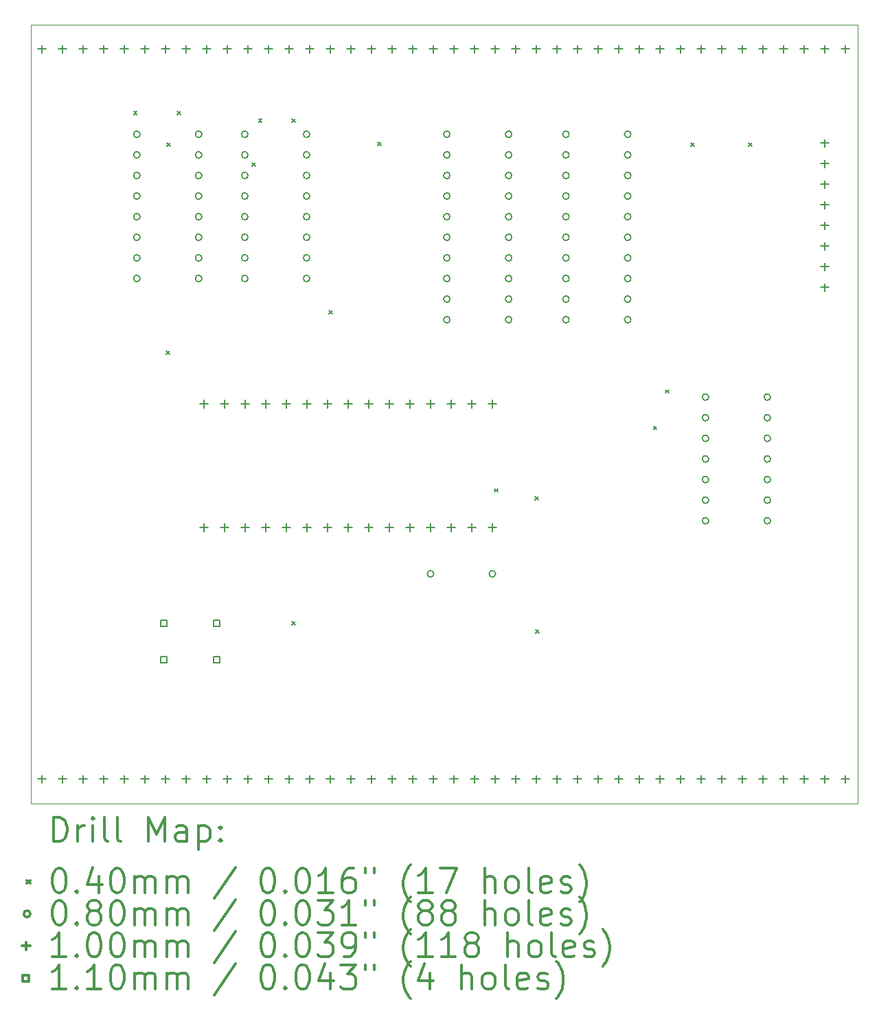
<source format=gbr>
%FSLAX45Y45*%
G04 Gerber Fmt 4.5, Leading zero omitted, Abs format (unit mm)*
G04 Created by KiCad (PCBNEW (5.1.9)-1) date 2021-10-03 23:58:37*
%MOMM*%
%LPD*%
G01*
G04 APERTURE LIST*
%TA.AperFunction,Profile*%
%ADD10C,0.100000*%
%TD*%
%ADD11C,0.200000*%
%ADD12C,0.300000*%
G04 APERTURE END LIST*
D10*
X8500000Y-13900000D02*
X8500000Y-4300000D01*
X18700000Y-13900000D02*
X8500000Y-13900000D01*
X18700000Y-4300000D02*
X18700000Y-13900000D01*
X8500000Y-4300000D02*
X18700000Y-4300000D01*
D11*
X9770000Y-5370000D02*
X9810000Y-5410000D01*
X9810000Y-5370000D02*
X9770000Y-5410000D01*
X10170000Y-8320000D02*
X10210000Y-8360000D01*
X10210000Y-8320000D02*
X10170000Y-8360000D01*
X10180000Y-5760000D02*
X10220000Y-5800000D01*
X10220000Y-5760000D02*
X10180000Y-5800000D01*
X10310000Y-5370000D02*
X10350000Y-5410000D01*
X10350000Y-5370000D02*
X10310000Y-5410000D01*
X11230000Y-6000000D02*
X11270000Y-6040000D01*
X11270000Y-6000000D02*
X11230000Y-6040000D01*
X11310000Y-5460000D02*
X11350000Y-5500000D01*
X11350000Y-5460000D02*
X11310000Y-5500000D01*
X11720000Y-5460000D02*
X11760000Y-5500000D01*
X11760000Y-5460000D02*
X11720000Y-5500000D01*
X11720000Y-11660000D02*
X11760000Y-11700000D01*
X11760000Y-11660000D02*
X11720000Y-11700000D01*
X12180000Y-7820000D02*
X12220000Y-7860000D01*
X12220000Y-7820000D02*
X12180000Y-7860000D01*
X12780000Y-5750000D02*
X12820000Y-5790000D01*
X12820000Y-5750000D02*
X12780000Y-5790000D01*
X14220000Y-10020000D02*
X14260000Y-10060000D01*
X14260000Y-10020000D02*
X14220000Y-10060000D01*
X14720000Y-10120000D02*
X14760000Y-10160000D01*
X14760000Y-10120000D02*
X14720000Y-10160000D01*
X14730000Y-11760000D02*
X14770000Y-11800000D01*
X14770000Y-11760000D02*
X14730000Y-11800000D01*
X16180000Y-9250000D02*
X16220000Y-9290000D01*
X16220000Y-9250000D02*
X16180000Y-9290000D01*
X16330000Y-8800000D02*
X16370000Y-8840000D01*
X16370000Y-8800000D02*
X16330000Y-8840000D01*
X16640000Y-5760000D02*
X16680000Y-5800000D01*
X16680000Y-5760000D02*
X16640000Y-5800000D01*
X17350000Y-5760000D02*
X17390000Y-5800000D01*
X17390000Y-5760000D02*
X17350000Y-5800000D01*
X9850000Y-5650000D02*
G75*
G03*
X9850000Y-5650000I-40000J0D01*
G01*
X9850000Y-5904000D02*
G75*
G03*
X9850000Y-5904000I-40000J0D01*
G01*
X9850000Y-6158000D02*
G75*
G03*
X9850000Y-6158000I-40000J0D01*
G01*
X9850000Y-6412000D02*
G75*
G03*
X9850000Y-6412000I-40000J0D01*
G01*
X9850000Y-6666000D02*
G75*
G03*
X9850000Y-6666000I-40000J0D01*
G01*
X9850000Y-6920000D02*
G75*
G03*
X9850000Y-6920000I-40000J0D01*
G01*
X9850000Y-7174000D02*
G75*
G03*
X9850000Y-7174000I-40000J0D01*
G01*
X9850000Y-7428000D02*
G75*
G03*
X9850000Y-7428000I-40000J0D01*
G01*
X10612000Y-5650000D02*
G75*
G03*
X10612000Y-5650000I-40000J0D01*
G01*
X10612000Y-5904000D02*
G75*
G03*
X10612000Y-5904000I-40000J0D01*
G01*
X10612000Y-6158000D02*
G75*
G03*
X10612000Y-6158000I-40000J0D01*
G01*
X10612000Y-6412000D02*
G75*
G03*
X10612000Y-6412000I-40000J0D01*
G01*
X10612000Y-6666000D02*
G75*
G03*
X10612000Y-6666000I-40000J0D01*
G01*
X10612000Y-6920000D02*
G75*
G03*
X10612000Y-6920000I-40000J0D01*
G01*
X10612000Y-7174000D02*
G75*
G03*
X10612000Y-7174000I-40000J0D01*
G01*
X10612000Y-7428000D02*
G75*
G03*
X10612000Y-7428000I-40000J0D01*
G01*
X11180000Y-5650000D02*
G75*
G03*
X11180000Y-5650000I-40000J0D01*
G01*
X11180000Y-5904000D02*
G75*
G03*
X11180000Y-5904000I-40000J0D01*
G01*
X11180000Y-6158000D02*
G75*
G03*
X11180000Y-6158000I-40000J0D01*
G01*
X11180000Y-6412000D02*
G75*
G03*
X11180000Y-6412000I-40000J0D01*
G01*
X11180000Y-6666000D02*
G75*
G03*
X11180000Y-6666000I-40000J0D01*
G01*
X11180000Y-6920000D02*
G75*
G03*
X11180000Y-6920000I-40000J0D01*
G01*
X11180000Y-7174000D02*
G75*
G03*
X11180000Y-7174000I-40000J0D01*
G01*
X11180000Y-7428000D02*
G75*
G03*
X11180000Y-7428000I-40000J0D01*
G01*
X11942000Y-5650000D02*
G75*
G03*
X11942000Y-5650000I-40000J0D01*
G01*
X11942000Y-5904000D02*
G75*
G03*
X11942000Y-5904000I-40000J0D01*
G01*
X11942000Y-6158000D02*
G75*
G03*
X11942000Y-6158000I-40000J0D01*
G01*
X11942000Y-6412000D02*
G75*
G03*
X11942000Y-6412000I-40000J0D01*
G01*
X11942000Y-6666000D02*
G75*
G03*
X11942000Y-6666000I-40000J0D01*
G01*
X11942000Y-6920000D02*
G75*
G03*
X11942000Y-6920000I-40000J0D01*
G01*
X11942000Y-7174000D02*
G75*
G03*
X11942000Y-7174000I-40000J0D01*
G01*
X11942000Y-7428000D02*
G75*
G03*
X11942000Y-7428000I-40000J0D01*
G01*
X13470000Y-11070000D02*
G75*
G03*
X13470000Y-11070000I-40000J0D01*
G01*
X13670000Y-5650000D02*
G75*
G03*
X13670000Y-5650000I-40000J0D01*
G01*
X13670000Y-5904000D02*
G75*
G03*
X13670000Y-5904000I-40000J0D01*
G01*
X13670000Y-6158000D02*
G75*
G03*
X13670000Y-6158000I-40000J0D01*
G01*
X13670000Y-6412000D02*
G75*
G03*
X13670000Y-6412000I-40000J0D01*
G01*
X13670000Y-6666000D02*
G75*
G03*
X13670000Y-6666000I-40000J0D01*
G01*
X13670000Y-6920000D02*
G75*
G03*
X13670000Y-6920000I-40000J0D01*
G01*
X13670000Y-7174000D02*
G75*
G03*
X13670000Y-7174000I-40000J0D01*
G01*
X13670000Y-7428000D02*
G75*
G03*
X13670000Y-7428000I-40000J0D01*
G01*
X13670000Y-7682000D02*
G75*
G03*
X13670000Y-7682000I-40000J0D01*
G01*
X13670000Y-7936000D02*
G75*
G03*
X13670000Y-7936000I-40000J0D01*
G01*
X14232000Y-11070000D02*
G75*
G03*
X14232000Y-11070000I-40000J0D01*
G01*
X14432000Y-5650000D02*
G75*
G03*
X14432000Y-5650000I-40000J0D01*
G01*
X14432000Y-5904000D02*
G75*
G03*
X14432000Y-5904000I-40000J0D01*
G01*
X14432000Y-6158000D02*
G75*
G03*
X14432000Y-6158000I-40000J0D01*
G01*
X14432000Y-6412000D02*
G75*
G03*
X14432000Y-6412000I-40000J0D01*
G01*
X14432000Y-6666000D02*
G75*
G03*
X14432000Y-6666000I-40000J0D01*
G01*
X14432000Y-6920000D02*
G75*
G03*
X14432000Y-6920000I-40000J0D01*
G01*
X14432000Y-7174000D02*
G75*
G03*
X14432000Y-7174000I-40000J0D01*
G01*
X14432000Y-7428000D02*
G75*
G03*
X14432000Y-7428000I-40000J0D01*
G01*
X14432000Y-7682000D02*
G75*
G03*
X14432000Y-7682000I-40000J0D01*
G01*
X14432000Y-7936000D02*
G75*
G03*
X14432000Y-7936000I-40000J0D01*
G01*
X15140000Y-5650000D02*
G75*
G03*
X15140000Y-5650000I-40000J0D01*
G01*
X15140000Y-5904000D02*
G75*
G03*
X15140000Y-5904000I-40000J0D01*
G01*
X15140000Y-6158000D02*
G75*
G03*
X15140000Y-6158000I-40000J0D01*
G01*
X15140000Y-6412000D02*
G75*
G03*
X15140000Y-6412000I-40000J0D01*
G01*
X15140000Y-6666000D02*
G75*
G03*
X15140000Y-6666000I-40000J0D01*
G01*
X15140000Y-6920000D02*
G75*
G03*
X15140000Y-6920000I-40000J0D01*
G01*
X15140000Y-7174000D02*
G75*
G03*
X15140000Y-7174000I-40000J0D01*
G01*
X15140000Y-7428000D02*
G75*
G03*
X15140000Y-7428000I-40000J0D01*
G01*
X15140000Y-7682000D02*
G75*
G03*
X15140000Y-7682000I-40000J0D01*
G01*
X15140000Y-7936000D02*
G75*
G03*
X15140000Y-7936000I-40000J0D01*
G01*
X15902000Y-5650000D02*
G75*
G03*
X15902000Y-5650000I-40000J0D01*
G01*
X15902000Y-5904000D02*
G75*
G03*
X15902000Y-5904000I-40000J0D01*
G01*
X15902000Y-6158000D02*
G75*
G03*
X15902000Y-6158000I-40000J0D01*
G01*
X15902000Y-6412000D02*
G75*
G03*
X15902000Y-6412000I-40000J0D01*
G01*
X15902000Y-6666000D02*
G75*
G03*
X15902000Y-6666000I-40000J0D01*
G01*
X15902000Y-6920000D02*
G75*
G03*
X15902000Y-6920000I-40000J0D01*
G01*
X15902000Y-7174000D02*
G75*
G03*
X15902000Y-7174000I-40000J0D01*
G01*
X15902000Y-7428000D02*
G75*
G03*
X15902000Y-7428000I-40000J0D01*
G01*
X15902000Y-7682000D02*
G75*
G03*
X15902000Y-7682000I-40000J0D01*
G01*
X15902000Y-7936000D02*
G75*
G03*
X15902000Y-7936000I-40000J0D01*
G01*
X16860000Y-8890000D02*
G75*
G03*
X16860000Y-8890000I-40000J0D01*
G01*
X16860000Y-9144000D02*
G75*
G03*
X16860000Y-9144000I-40000J0D01*
G01*
X16860000Y-9398000D02*
G75*
G03*
X16860000Y-9398000I-40000J0D01*
G01*
X16860000Y-9652000D02*
G75*
G03*
X16860000Y-9652000I-40000J0D01*
G01*
X16860000Y-9906000D02*
G75*
G03*
X16860000Y-9906000I-40000J0D01*
G01*
X16860000Y-10160000D02*
G75*
G03*
X16860000Y-10160000I-40000J0D01*
G01*
X16860000Y-10414000D02*
G75*
G03*
X16860000Y-10414000I-40000J0D01*
G01*
X17622000Y-8890000D02*
G75*
G03*
X17622000Y-8890000I-40000J0D01*
G01*
X17622000Y-9144000D02*
G75*
G03*
X17622000Y-9144000I-40000J0D01*
G01*
X17622000Y-9398000D02*
G75*
G03*
X17622000Y-9398000I-40000J0D01*
G01*
X17622000Y-9652000D02*
G75*
G03*
X17622000Y-9652000I-40000J0D01*
G01*
X17622000Y-9906000D02*
G75*
G03*
X17622000Y-9906000I-40000J0D01*
G01*
X17622000Y-10160000D02*
G75*
G03*
X17622000Y-10160000I-40000J0D01*
G01*
X17622000Y-10414000D02*
G75*
G03*
X17622000Y-10414000I-40000J0D01*
G01*
X8640000Y-4550000D02*
X8640000Y-4650000D01*
X8590000Y-4600000D02*
X8690000Y-4600000D01*
X8640000Y-13550000D02*
X8640000Y-13650000D01*
X8590000Y-13600000D02*
X8690000Y-13600000D01*
X8894000Y-4550000D02*
X8894000Y-4650000D01*
X8844000Y-4600000D02*
X8944000Y-4600000D01*
X8894000Y-13550000D02*
X8894000Y-13650000D01*
X8844000Y-13600000D02*
X8944000Y-13600000D01*
X9148000Y-4550000D02*
X9148000Y-4650000D01*
X9098000Y-4600000D02*
X9198000Y-4600000D01*
X9148000Y-13550000D02*
X9148000Y-13650000D01*
X9098000Y-13600000D02*
X9198000Y-13600000D01*
X9402000Y-4550000D02*
X9402000Y-4650000D01*
X9352000Y-4600000D02*
X9452000Y-4600000D01*
X9402000Y-13550000D02*
X9402000Y-13650000D01*
X9352000Y-13600000D02*
X9452000Y-13600000D01*
X9656000Y-4550000D02*
X9656000Y-4650000D01*
X9606000Y-4600000D02*
X9706000Y-4600000D01*
X9656000Y-13550000D02*
X9656000Y-13650000D01*
X9606000Y-13600000D02*
X9706000Y-13600000D01*
X9910000Y-4550000D02*
X9910000Y-4650000D01*
X9860000Y-4600000D02*
X9960000Y-4600000D01*
X9910000Y-13550000D02*
X9910000Y-13650000D01*
X9860000Y-13600000D02*
X9960000Y-13600000D01*
X10164000Y-4550000D02*
X10164000Y-4650000D01*
X10114000Y-4600000D02*
X10214000Y-4600000D01*
X10164000Y-13550000D02*
X10164000Y-13650000D01*
X10114000Y-13600000D02*
X10214000Y-13600000D01*
X10418000Y-4550000D02*
X10418000Y-4650000D01*
X10368000Y-4600000D02*
X10468000Y-4600000D01*
X10418000Y-13550000D02*
X10418000Y-13650000D01*
X10368000Y-13600000D02*
X10468000Y-13600000D01*
X10634000Y-8920000D02*
X10634000Y-9020000D01*
X10584000Y-8970000D02*
X10684000Y-8970000D01*
X10634000Y-10444000D02*
X10634000Y-10544000D01*
X10584000Y-10494000D02*
X10684000Y-10494000D01*
X10672000Y-4550000D02*
X10672000Y-4650000D01*
X10622000Y-4600000D02*
X10722000Y-4600000D01*
X10672000Y-13550000D02*
X10672000Y-13650000D01*
X10622000Y-13600000D02*
X10722000Y-13600000D01*
X10888000Y-8920000D02*
X10888000Y-9020000D01*
X10838000Y-8970000D02*
X10938000Y-8970000D01*
X10888000Y-10444000D02*
X10888000Y-10544000D01*
X10838000Y-10494000D02*
X10938000Y-10494000D01*
X10926000Y-4550000D02*
X10926000Y-4650000D01*
X10876000Y-4600000D02*
X10976000Y-4600000D01*
X10926000Y-13550000D02*
X10926000Y-13650000D01*
X10876000Y-13600000D02*
X10976000Y-13600000D01*
X11142000Y-8920000D02*
X11142000Y-9020000D01*
X11092000Y-8970000D02*
X11192000Y-8970000D01*
X11142000Y-10444000D02*
X11142000Y-10544000D01*
X11092000Y-10494000D02*
X11192000Y-10494000D01*
X11180000Y-4550000D02*
X11180000Y-4650000D01*
X11130000Y-4600000D02*
X11230000Y-4600000D01*
X11180000Y-13550000D02*
X11180000Y-13650000D01*
X11130000Y-13600000D02*
X11230000Y-13600000D01*
X11396000Y-8920000D02*
X11396000Y-9020000D01*
X11346000Y-8970000D02*
X11446000Y-8970000D01*
X11396000Y-10444000D02*
X11396000Y-10544000D01*
X11346000Y-10494000D02*
X11446000Y-10494000D01*
X11434000Y-4550000D02*
X11434000Y-4650000D01*
X11384000Y-4600000D02*
X11484000Y-4600000D01*
X11434000Y-13550000D02*
X11434000Y-13650000D01*
X11384000Y-13600000D02*
X11484000Y-13600000D01*
X11650000Y-8920000D02*
X11650000Y-9020000D01*
X11600000Y-8970000D02*
X11700000Y-8970000D01*
X11650000Y-10444000D02*
X11650000Y-10544000D01*
X11600000Y-10494000D02*
X11700000Y-10494000D01*
X11688000Y-4550000D02*
X11688000Y-4650000D01*
X11638000Y-4600000D02*
X11738000Y-4600000D01*
X11688000Y-13550000D02*
X11688000Y-13650000D01*
X11638000Y-13600000D02*
X11738000Y-13600000D01*
X11904000Y-8920000D02*
X11904000Y-9020000D01*
X11854000Y-8970000D02*
X11954000Y-8970000D01*
X11904000Y-10444000D02*
X11904000Y-10544000D01*
X11854000Y-10494000D02*
X11954000Y-10494000D01*
X11942000Y-4550000D02*
X11942000Y-4650000D01*
X11892000Y-4600000D02*
X11992000Y-4600000D01*
X11942000Y-13550000D02*
X11942000Y-13650000D01*
X11892000Y-13600000D02*
X11992000Y-13600000D01*
X12158000Y-8920000D02*
X12158000Y-9020000D01*
X12108000Y-8970000D02*
X12208000Y-8970000D01*
X12158000Y-10444000D02*
X12158000Y-10544000D01*
X12108000Y-10494000D02*
X12208000Y-10494000D01*
X12196000Y-4550000D02*
X12196000Y-4650000D01*
X12146000Y-4600000D02*
X12246000Y-4600000D01*
X12196000Y-13550000D02*
X12196000Y-13650000D01*
X12146000Y-13600000D02*
X12246000Y-13600000D01*
X12412000Y-8920000D02*
X12412000Y-9020000D01*
X12362000Y-8970000D02*
X12462000Y-8970000D01*
X12412000Y-10444000D02*
X12412000Y-10544000D01*
X12362000Y-10494000D02*
X12462000Y-10494000D01*
X12450000Y-4550000D02*
X12450000Y-4650000D01*
X12400000Y-4600000D02*
X12500000Y-4600000D01*
X12450000Y-13550000D02*
X12450000Y-13650000D01*
X12400000Y-13600000D02*
X12500000Y-13600000D01*
X12666000Y-8920000D02*
X12666000Y-9020000D01*
X12616000Y-8970000D02*
X12716000Y-8970000D01*
X12666000Y-10444000D02*
X12666000Y-10544000D01*
X12616000Y-10494000D02*
X12716000Y-10494000D01*
X12704000Y-4550000D02*
X12704000Y-4650000D01*
X12654000Y-4600000D02*
X12754000Y-4600000D01*
X12704000Y-13550000D02*
X12704000Y-13650000D01*
X12654000Y-13600000D02*
X12754000Y-13600000D01*
X12920000Y-8920000D02*
X12920000Y-9020000D01*
X12870000Y-8970000D02*
X12970000Y-8970000D01*
X12920000Y-10444000D02*
X12920000Y-10544000D01*
X12870000Y-10494000D02*
X12970000Y-10494000D01*
X12958000Y-4550000D02*
X12958000Y-4650000D01*
X12908000Y-4600000D02*
X13008000Y-4600000D01*
X12958000Y-13550000D02*
X12958000Y-13650000D01*
X12908000Y-13600000D02*
X13008000Y-13600000D01*
X13174000Y-8920000D02*
X13174000Y-9020000D01*
X13124000Y-8970000D02*
X13224000Y-8970000D01*
X13174000Y-10444000D02*
X13174000Y-10544000D01*
X13124000Y-10494000D02*
X13224000Y-10494000D01*
X13212000Y-4550000D02*
X13212000Y-4650000D01*
X13162000Y-4600000D02*
X13262000Y-4600000D01*
X13212000Y-13550000D02*
X13212000Y-13650000D01*
X13162000Y-13600000D02*
X13262000Y-13600000D01*
X13428000Y-8920000D02*
X13428000Y-9020000D01*
X13378000Y-8970000D02*
X13478000Y-8970000D01*
X13428000Y-10444000D02*
X13428000Y-10544000D01*
X13378000Y-10494000D02*
X13478000Y-10494000D01*
X13466000Y-4550000D02*
X13466000Y-4650000D01*
X13416000Y-4600000D02*
X13516000Y-4600000D01*
X13466000Y-13550000D02*
X13466000Y-13650000D01*
X13416000Y-13600000D02*
X13516000Y-13600000D01*
X13682000Y-8920000D02*
X13682000Y-9020000D01*
X13632000Y-8970000D02*
X13732000Y-8970000D01*
X13682000Y-10444000D02*
X13682000Y-10544000D01*
X13632000Y-10494000D02*
X13732000Y-10494000D01*
X13720000Y-4550000D02*
X13720000Y-4650000D01*
X13670000Y-4600000D02*
X13770000Y-4600000D01*
X13720000Y-13550000D02*
X13720000Y-13650000D01*
X13670000Y-13600000D02*
X13770000Y-13600000D01*
X13936000Y-8920000D02*
X13936000Y-9020000D01*
X13886000Y-8970000D02*
X13986000Y-8970000D01*
X13936000Y-10444000D02*
X13936000Y-10544000D01*
X13886000Y-10494000D02*
X13986000Y-10494000D01*
X13974000Y-4550000D02*
X13974000Y-4650000D01*
X13924000Y-4600000D02*
X14024000Y-4600000D01*
X13974000Y-13550000D02*
X13974000Y-13650000D01*
X13924000Y-13600000D02*
X14024000Y-13600000D01*
X14190000Y-8920000D02*
X14190000Y-9020000D01*
X14140000Y-8970000D02*
X14240000Y-8970000D01*
X14190000Y-10444000D02*
X14190000Y-10544000D01*
X14140000Y-10494000D02*
X14240000Y-10494000D01*
X14228000Y-4550000D02*
X14228000Y-4650000D01*
X14178000Y-4600000D02*
X14278000Y-4600000D01*
X14228000Y-13550000D02*
X14228000Y-13650000D01*
X14178000Y-13600000D02*
X14278000Y-13600000D01*
X14482000Y-4550000D02*
X14482000Y-4650000D01*
X14432000Y-4600000D02*
X14532000Y-4600000D01*
X14482000Y-13550000D02*
X14482000Y-13650000D01*
X14432000Y-13600000D02*
X14532000Y-13600000D01*
X14736000Y-4550000D02*
X14736000Y-4650000D01*
X14686000Y-4600000D02*
X14786000Y-4600000D01*
X14736000Y-13550000D02*
X14736000Y-13650000D01*
X14686000Y-13600000D02*
X14786000Y-13600000D01*
X14990000Y-4550000D02*
X14990000Y-4650000D01*
X14940000Y-4600000D02*
X15040000Y-4600000D01*
X14990000Y-13550000D02*
X14990000Y-13650000D01*
X14940000Y-13600000D02*
X15040000Y-13600000D01*
X15244000Y-4550000D02*
X15244000Y-4650000D01*
X15194000Y-4600000D02*
X15294000Y-4600000D01*
X15244000Y-13550000D02*
X15244000Y-13650000D01*
X15194000Y-13600000D02*
X15294000Y-13600000D01*
X15498000Y-4550000D02*
X15498000Y-4650000D01*
X15448000Y-4600000D02*
X15548000Y-4600000D01*
X15498000Y-13550000D02*
X15498000Y-13650000D01*
X15448000Y-13600000D02*
X15548000Y-13600000D01*
X15752000Y-4550000D02*
X15752000Y-4650000D01*
X15702000Y-4600000D02*
X15802000Y-4600000D01*
X15752000Y-13550000D02*
X15752000Y-13650000D01*
X15702000Y-13600000D02*
X15802000Y-13600000D01*
X16006000Y-4550000D02*
X16006000Y-4650000D01*
X15956000Y-4600000D02*
X16056000Y-4600000D01*
X16006000Y-13550000D02*
X16006000Y-13650000D01*
X15956000Y-13600000D02*
X16056000Y-13600000D01*
X16260000Y-4550000D02*
X16260000Y-4650000D01*
X16210000Y-4600000D02*
X16310000Y-4600000D01*
X16260000Y-13550000D02*
X16260000Y-13650000D01*
X16210000Y-13600000D02*
X16310000Y-13600000D01*
X16514000Y-4550000D02*
X16514000Y-4650000D01*
X16464000Y-4600000D02*
X16564000Y-4600000D01*
X16514000Y-13550000D02*
X16514000Y-13650000D01*
X16464000Y-13600000D02*
X16564000Y-13600000D01*
X16768000Y-4550000D02*
X16768000Y-4650000D01*
X16718000Y-4600000D02*
X16818000Y-4600000D01*
X16768000Y-13550000D02*
X16768000Y-13650000D01*
X16718000Y-13600000D02*
X16818000Y-13600000D01*
X17022000Y-4550000D02*
X17022000Y-4650000D01*
X16972000Y-4600000D02*
X17072000Y-4600000D01*
X17022000Y-13550000D02*
X17022000Y-13650000D01*
X16972000Y-13600000D02*
X17072000Y-13600000D01*
X17276000Y-4550000D02*
X17276000Y-4650000D01*
X17226000Y-4600000D02*
X17326000Y-4600000D01*
X17276000Y-13550000D02*
X17276000Y-13650000D01*
X17226000Y-13600000D02*
X17326000Y-13600000D01*
X17530000Y-4550000D02*
X17530000Y-4650000D01*
X17480000Y-4600000D02*
X17580000Y-4600000D01*
X17530000Y-13550000D02*
X17530000Y-13650000D01*
X17480000Y-13600000D02*
X17580000Y-13600000D01*
X17784000Y-4550000D02*
X17784000Y-4650000D01*
X17734000Y-4600000D02*
X17834000Y-4600000D01*
X17784000Y-13550000D02*
X17784000Y-13650000D01*
X17734000Y-13600000D02*
X17834000Y-13600000D01*
X18038000Y-4550000D02*
X18038000Y-4650000D01*
X17988000Y-4600000D02*
X18088000Y-4600000D01*
X18038000Y-13550000D02*
X18038000Y-13650000D01*
X17988000Y-13600000D02*
X18088000Y-13600000D01*
X18290000Y-5710000D02*
X18290000Y-5810000D01*
X18240000Y-5760000D02*
X18340000Y-5760000D01*
X18290000Y-5964000D02*
X18290000Y-6064000D01*
X18240000Y-6014000D02*
X18340000Y-6014000D01*
X18290000Y-6218000D02*
X18290000Y-6318000D01*
X18240000Y-6268000D02*
X18340000Y-6268000D01*
X18290000Y-6472000D02*
X18290000Y-6572000D01*
X18240000Y-6522000D02*
X18340000Y-6522000D01*
X18290000Y-6726000D02*
X18290000Y-6826000D01*
X18240000Y-6776000D02*
X18340000Y-6776000D01*
X18290000Y-6980000D02*
X18290000Y-7080000D01*
X18240000Y-7030000D02*
X18340000Y-7030000D01*
X18290000Y-7234000D02*
X18290000Y-7334000D01*
X18240000Y-7284000D02*
X18340000Y-7284000D01*
X18290000Y-7488000D02*
X18290000Y-7588000D01*
X18240000Y-7538000D02*
X18340000Y-7538000D01*
X18292000Y-4550000D02*
X18292000Y-4650000D01*
X18242000Y-4600000D02*
X18342000Y-4600000D01*
X18292000Y-13550000D02*
X18292000Y-13650000D01*
X18242000Y-13600000D02*
X18342000Y-13600000D01*
X18546000Y-4550000D02*
X18546000Y-4650000D01*
X18496000Y-4600000D02*
X18596000Y-4600000D01*
X18546000Y-13550000D02*
X18546000Y-13650000D01*
X18496000Y-13600000D02*
X18596000Y-13600000D01*
X10178891Y-11718891D02*
X10178891Y-11641109D01*
X10101109Y-11641109D01*
X10101109Y-11718891D01*
X10178891Y-11718891D01*
X10178891Y-12168891D02*
X10178891Y-12091109D01*
X10101109Y-12091109D01*
X10101109Y-12168891D01*
X10178891Y-12168891D01*
X10828891Y-11718891D02*
X10828891Y-11641109D01*
X10751109Y-11641109D01*
X10751109Y-11718891D01*
X10828891Y-11718891D01*
X10828891Y-12168891D02*
X10828891Y-12091109D01*
X10751109Y-12091109D01*
X10751109Y-12168891D01*
X10828891Y-12168891D01*
D12*
X8781428Y-14370714D02*
X8781428Y-14070714D01*
X8852857Y-14070714D01*
X8895714Y-14085000D01*
X8924286Y-14113571D01*
X8938571Y-14142143D01*
X8952857Y-14199286D01*
X8952857Y-14242143D01*
X8938571Y-14299286D01*
X8924286Y-14327857D01*
X8895714Y-14356429D01*
X8852857Y-14370714D01*
X8781428Y-14370714D01*
X9081428Y-14370714D02*
X9081428Y-14170714D01*
X9081428Y-14227857D02*
X9095714Y-14199286D01*
X9110000Y-14185000D01*
X9138571Y-14170714D01*
X9167143Y-14170714D01*
X9267143Y-14370714D02*
X9267143Y-14170714D01*
X9267143Y-14070714D02*
X9252857Y-14085000D01*
X9267143Y-14099286D01*
X9281428Y-14085000D01*
X9267143Y-14070714D01*
X9267143Y-14099286D01*
X9452857Y-14370714D02*
X9424286Y-14356429D01*
X9410000Y-14327857D01*
X9410000Y-14070714D01*
X9610000Y-14370714D02*
X9581428Y-14356429D01*
X9567143Y-14327857D01*
X9567143Y-14070714D01*
X9952857Y-14370714D02*
X9952857Y-14070714D01*
X10052857Y-14285000D01*
X10152857Y-14070714D01*
X10152857Y-14370714D01*
X10424286Y-14370714D02*
X10424286Y-14213571D01*
X10410000Y-14185000D01*
X10381428Y-14170714D01*
X10324286Y-14170714D01*
X10295714Y-14185000D01*
X10424286Y-14356429D02*
X10395714Y-14370714D01*
X10324286Y-14370714D01*
X10295714Y-14356429D01*
X10281428Y-14327857D01*
X10281428Y-14299286D01*
X10295714Y-14270714D01*
X10324286Y-14256429D01*
X10395714Y-14256429D01*
X10424286Y-14242143D01*
X10567143Y-14170714D02*
X10567143Y-14470714D01*
X10567143Y-14185000D02*
X10595714Y-14170714D01*
X10652857Y-14170714D01*
X10681428Y-14185000D01*
X10695714Y-14199286D01*
X10710000Y-14227857D01*
X10710000Y-14313571D01*
X10695714Y-14342143D01*
X10681428Y-14356429D01*
X10652857Y-14370714D01*
X10595714Y-14370714D01*
X10567143Y-14356429D01*
X10838571Y-14342143D02*
X10852857Y-14356429D01*
X10838571Y-14370714D01*
X10824286Y-14356429D01*
X10838571Y-14342143D01*
X10838571Y-14370714D01*
X10838571Y-14185000D02*
X10852857Y-14199286D01*
X10838571Y-14213571D01*
X10824286Y-14199286D01*
X10838571Y-14185000D01*
X10838571Y-14213571D01*
X8455000Y-14845000D02*
X8495000Y-14885000D01*
X8495000Y-14845000D02*
X8455000Y-14885000D01*
X8838571Y-14700714D02*
X8867143Y-14700714D01*
X8895714Y-14715000D01*
X8910000Y-14729286D01*
X8924286Y-14757857D01*
X8938571Y-14815000D01*
X8938571Y-14886429D01*
X8924286Y-14943571D01*
X8910000Y-14972143D01*
X8895714Y-14986429D01*
X8867143Y-15000714D01*
X8838571Y-15000714D01*
X8810000Y-14986429D01*
X8795714Y-14972143D01*
X8781428Y-14943571D01*
X8767143Y-14886429D01*
X8767143Y-14815000D01*
X8781428Y-14757857D01*
X8795714Y-14729286D01*
X8810000Y-14715000D01*
X8838571Y-14700714D01*
X9067143Y-14972143D02*
X9081428Y-14986429D01*
X9067143Y-15000714D01*
X9052857Y-14986429D01*
X9067143Y-14972143D01*
X9067143Y-15000714D01*
X9338571Y-14800714D02*
X9338571Y-15000714D01*
X9267143Y-14686429D02*
X9195714Y-14900714D01*
X9381428Y-14900714D01*
X9552857Y-14700714D02*
X9581428Y-14700714D01*
X9610000Y-14715000D01*
X9624286Y-14729286D01*
X9638571Y-14757857D01*
X9652857Y-14815000D01*
X9652857Y-14886429D01*
X9638571Y-14943571D01*
X9624286Y-14972143D01*
X9610000Y-14986429D01*
X9581428Y-15000714D01*
X9552857Y-15000714D01*
X9524286Y-14986429D01*
X9510000Y-14972143D01*
X9495714Y-14943571D01*
X9481428Y-14886429D01*
X9481428Y-14815000D01*
X9495714Y-14757857D01*
X9510000Y-14729286D01*
X9524286Y-14715000D01*
X9552857Y-14700714D01*
X9781428Y-15000714D02*
X9781428Y-14800714D01*
X9781428Y-14829286D02*
X9795714Y-14815000D01*
X9824286Y-14800714D01*
X9867143Y-14800714D01*
X9895714Y-14815000D01*
X9910000Y-14843571D01*
X9910000Y-15000714D01*
X9910000Y-14843571D02*
X9924286Y-14815000D01*
X9952857Y-14800714D01*
X9995714Y-14800714D01*
X10024286Y-14815000D01*
X10038571Y-14843571D01*
X10038571Y-15000714D01*
X10181428Y-15000714D02*
X10181428Y-14800714D01*
X10181428Y-14829286D02*
X10195714Y-14815000D01*
X10224286Y-14800714D01*
X10267143Y-14800714D01*
X10295714Y-14815000D01*
X10310000Y-14843571D01*
X10310000Y-15000714D01*
X10310000Y-14843571D02*
X10324286Y-14815000D01*
X10352857Y-14800714D01*
X10395714Y-14800714D01*
X10424286Y-14815000D01*
X10438571Y-14843571D01*
X10438571Y-15000714D01*
X11024286Y-14686429D02*
X10767143Y-15072143D01*
X11410000Y-14700714D02*
X11438571Y-14700714D01*
X11467143Y-14715000D01*
X11481428Y-14729286D01*
X11495714Y-14757857D01*
X11510000Y-14815000D01*
X11510000Y-14886429D01*
X11495714Y-14943571D01*
X11481428Y-14972143D01*
X11467143Y-14986429D01*
X11438571Y-15000714D01*
X11410000Y-15000714D01*
X11381428Y-14986429D01*
X11367143Y-14972143D01*
X11352857Y-14943571D01*
X11338571Y-14886429D01*
X11338571Y-14815000D01*
X11352857Y-14757857D01*
X11367143Y-14729286D01*
X11381428Y-14715000D01*
X11410000Y-14700714D01*
X11638571Y-14972143D02*
X11652857Y-14986429D01*
X11638571Y-15000714D01*
X11624286Y-14986429D01*
X11638571Y-14972143D01*
X11638571Y-15000714D01*
X11838571Y-14700714D02*
X11867143Y-14700714D01*
X11895714Y-14715000D01*
X11910000Y-14729286D01*
X11924286Y-14757857D01*
X11938571Y-14815000D01*
X11938571Y-14886429D01*
X11924286Y-14943571D01*
X11910000Y-14972143D01*
X11895714Y-14986429D01*
X11867143Y-15000714D01*
X11838571Y-15000714D01*
X11810000Y-14986429D01*
X11795714Y-14972143D01*
X11781428Y-14943571D01*
X11767143Y-14886429D01*
X11767143Y-14815000D01*
X11781428Y-14757857D01*
X11795714Y-14729286D01*
X11810000Y-14715000D01*
X11838571Y-14700714D01*
X12224286Y-15000714D02*
X12052857Y-15000714D01*
X12138571Y-15000714D02*
X12138571Y-14700714D01*
X12110000Y-14743571D01*
X12081428Y-14772143D01*
X12052857Y-14786429D01*
X12481428Y-14700714D02*
X12424286Y-14700714D01*
X12395714Y-14715000D01*
X12381428Y-14729286D01*
X12352857Y-14772143D01*
X12338571Y-14829286D01*
X12338571Y-14943571D01*
X12352857Y-14972143D01*
X12367143Y-14986429D01*
X12395714Y-15000714D01*
X12452857Y-15000714D01*
X12481428Y-14986429D01*
X12495714Y-14972143D01*
X12510000Y-14943571D01*
X12510000Y-14872143D01*
X12495714Y-14843571D01*
X12481428Y-14829286D01*
X12452857Y-14815000D01*
X12395714Y-14815000D01*
X12367143Y-14829286D01*
X12352857Y-14843571D01*
X12338571Y-14872143D01*
X12624286Y-14700714D02*
X12624286Y-14757857D01*
X12738571Y-14700714D02*
X12738571Y-14757857D01*
X13181428Y-15115000D02*
X13167143Y-15100714D01*
X13138571Y-15057857D01*
X13124286Y-15029286D01*
X13110000Y-14986429D01*
X13095714Y-14915000D01*
X13095714Y-14857857D01*
X13110000Y-14786429D01*
X13124286Y-14743571D01*
X13138571Y-14715000D01*
X13167143Y-14672143D01*
X13181428Y-14657857D01*
X13452857Y-15000714D02*
X13281428Y-15000714D01*
X13367143Y-15000714D02*
X13367143Y-14700714D01*
X13338571Y-14743571D01*
X13310000Y-14772143D01*
X13281428Y-14786429D01*
X13552857Y-14700714D02*
X13752857Y-14700714D01*
X13624286Y-15000714D01*
X14095714Y-15000714D02*
X14095714Y-14700714D01*
X14224286Y-15000714D02*
X14224286Y-14843571D01*
X14210000Y-14815000D01*
X14181428Y-14800714D01*
X14138571Y-14800714D01*
X14110000Y-14815000D01*
X14095714Y-14829286D01*
X14410000Y-15000714D02*
X14381428Y-14986429D01*
X14367143Y-14972143D01*
X14352857Y-14943571D01*
X14352857Y-14857857D01*
X14367143Y-14829286D01*
X14381428Y-14815000D01*
X14410000Y-14800714D01*
X14452857Y-14800714D01*
X14481428Y-14815000D01*
X14495714Y-14829286D01*
X14510000Y-14857857D01*
X14510000Y-14943571D01*
X14495714Y-14972143D01*
X14481428Y-14986429D01*
X14452857Y-15000714D01*
X14410000Y-15000714D01*
X14681428Y-15000714D02*
X14652857Y-14986429D01*
X14638571Y-14957857D01*
X14638571Y-14700714D01*
X14910000Y-14986429D02*
X14881428Y-15000714D01*
X14824286Y-15000714D01*
X14795714Y-14986429D01*
X14781428Y-14957857D01*
X14781428Y-14843571D01*
X14795714Y-14815000D01*
X14824286Y-14800714D01*
X14881428Y-14800714D01*
X14910000Y-14815000D01*
X14924286Y-14843571D01*
X14924286Y-14872143D01*
X14781428Y-14900714D01*
X15038571Y-14986429D02*
X15067143Y-15000714D01*
X15124286Y-15000714D01*
X15152857Y-14986429D01*
X15167143Y-14957857D01*
X15167143Y-14943571D01*
X15152857Y-14915000D01*
X15124286Y-14900714D01*
X15081428Y-14900714D01*
X15052857Y-14886429D01*
X15038571Y-14857857D01*
X15038571Y-14843571D01*
X15052857Y-14815000D01*
X15081428Y-14800714D01*
X15124286Y-14800714D01*
X15152857Y-14815000D01*
X15267143Y-15115000D02*
X15281428Y-15100714D01*
X15310000Y-15057857D01*
X15324286Y-15029286D01*
X15338571Y-14986429D01*
X15352857Y-14915000D01*
X15352857Y-14857857D01*
X15338571Y-14786429D01*
X15324286Y-14743571D01*
X15310000Y-14715000D01*
X15281428Y-14672143D01*
X15267143Y-14657857D01*
X8495000Y-15261000D02*
G75*
G03*
X8495000Y-15261000I-40000J0D01*
G01*
X8838571Y-15096714D02*
X8867143Y-15096714D01*
X8895714Y-15111000D01*
X8910000Y-15125286D01*
X8924286Y-15153857D01*
X8938571Y-15211000D01*
X8938571Y-15282429D01*
X8924286Y-15339571D01*
X8910000Y-15368143D01*
X8895714Y-15382429D01*
X8867143Y-15396714D01*
X8838571Y-15396714D01*
X8810000Y-15382429D01*
X8795714Y-15368143D01*
X8781428Y-15339571D01*
X8767143Y-15282429D01*
X8767143Y-15211000D01*
X8781428Y-15153857D01*
X8795714Y-15125286D01*
X8810000Y-15111000D01*
X8838571Y-15096714D01*
X9067143Y-15368143D02*
X9081428Y-15382429D01*
X9067143Y-15396714D01*
X9052857Y-15382429D01*
X9067143Y-15368143D01*
X9067143Y-15396714D01*
X9252857Y-15225286D02*
X9224286Y-15211000D01*
X9210000Y-15196714D01*
X9195714Y-15168143D01*
X9195714Y-15153857D01*
X9210000Y-15125286D01*
X9224286Y-15111000D01*
X9252857Y-15096714D01*
X9310000Y-15096714D01*
X9338571Y-15111000D01*
X9352857Y-15125286D01*
X9367143Y-15153857D01*
X9367143Y-15168143D01*
X9352857Y-15196714D01*
X9338571Y-15211000D01*
X9310000Y-15225286D01*
X9252857Y-15225286D01*
X9224286Y-15239571D01*
X9210000Y-15253857D01*
X9195714Y-15282429D01*
X9195714Y-15339571D01*
X9210000Y-15368143D01*
X9224286Y-15382429D01*
X9252857Y-15396714D01*
X9310000Y-15396714D01*
X9338571Y-15382429D01*
X9352857Y-15368143D01*
X9367143Y-15339571D01*
X9367143Y-15282429D01*
X9352857Y-15253857D01*
X9338571Y-15239571D01*
X9310000Y-15225286D01*
X9552857Y-15096714D02*
X9581428Y-15096714D01*
X9610000Y-15111000D01*
X9624286Y-15125286D01*
X9638571Y-15153857D01*
X9652857Y-15211000D01*
X9652857Y-15282429D01*
X9638571Y-15339571D01*
X9624286Y-15368143D01*
X9610000Y-15382429D01*
X9581428Y-15396714D01*
X9552857Y-15396714D01*
X9524286Y-15382429D01*
X9510000Y-15368143D01*
X9495714Y-15339571D01*
X9481428Y-15282429D01*
X9481428Y-15211000D01*
X9495714Y-15153857D01*
X9510000Y-15125286D01*
X9524286Y-15111000D01*
X9552857Y-15096714D01*
X9781428Y-15396714D02*
X9781428Y-15196714D01*
X9781428Y-15225286D02*
X9795714Y-15211000D01*
X9824286Y-15196714D01*
X9867143Y-15196714D01*
X9895714Y-15211000D01*
X9910000Y-15239571D01*
X9910000Y-15396714D01*
X9910000Y-15239571D02*
X9924286Y-15211000D01*
X9952857Y-15196714D01*
X9995714Y-15196714D01*
X10024286Y-15211000D01*
X10038571Y-15239571D01*
X10038571Y-15396714D01*
X10181428Y-15396714D02*
X10181428Y-15196714D01*
X10181428Y-15225286D02*
X10195714Y-15211000D01*
X10224286Y-15196714D01*
X10267143Y-15196714D01*
X10295714Y-15211000D01*
X10310000Y-15239571D01*
X10310000Y-15396714D01*
X10310000Y-15239571D02*
X10324286Y-15211000D01*
X10352857Y-15196714D01*
X10395714Y-15196714D01*
X10424286Y-15211000D01*
X10438571Y-15239571D01*
X10438571Y-15396714D01*
X11024286Y-15082429D02*
X10767143Y-15468143D01*
X11410000Y-15096714D02*
X11438571Y-15096714D01*
X11467143Y-15111000D01*
X11481428Y-15125286D01*
X11495714Y-15153857D01*
X11510000Y-15211000D01*
X11510000Y-15282429D01*
X11495714Y-15339571D01*
X11481428Y-15368143D01*
X11467143Y-15382429D01*
X11438571Y-15396714D01*
X11410000Y-15396714D01*
X11381428Y-15382429D01*
X11367143Y-15368143D01*
X11352857Y-15339571D01*
X11338571Y-15282429D01*
X11338571Y-15211000D01*
X11352857Y-15153857D01*
X11367143Y-15125286D01*
X11381428Y-15111000D01*
X11410000Y-15096714D01*
X11638571Y-15368143D02*
X11652857Y-15382429D01*
X11638571Y-15396714D01*
X11624286Y-15382429D01*
X11638571Y-15368143D01*
X11638571Y-15396714D01*
X11838571Y-15096714D02*
X11867143Y-15096714D01*
X11895714Y-15111000D01*
X11910000Y-15125286D01*
X11924286Y-15153857D01*
X11938571Y-15211000D01*
X11938571Y-15282429D01*
X11924286Y-15339571D01*
X11910000Y-15368143D01*
X11895714Y-15382429D01*
X11867143Y-15396714D01*
X11838571Y-15396714D01*
X11810000Y-15382429D01*
X11795714Y-15368143D01*
X11781428Y-15339571D01*
X11767143Y-15282429D01*
X11767143Y-15211000D01*
X11781428Y-15153857D01*
X11795714Y-15125286D01*
X11810000Y-15111000D01*
X11838571Y-15096714D01*
X12038571Y-15096714D02*
X12224286Y-15096714D01*
X12124286Y-15211000D01*
X12167143Y-15211000D01*
X12195714Y-15225286D01*
X12210000Y-15239571D01*
X12224286Y-15268143D01*
X12224286Y-15339571D01*
X12210000Y-15368143D01*
X12195714Y-15382429D01*
X12167143Y-15396714D01*
X12081428Y-15396714D01*
X12052857Y-15382429D01*
X12038571Y-15368143D01*
X12510000Y-15396714D02*
X12338571Y-15396714D01*
X12424286Y-15396714D02*
X12424286Y-15096714D01*
X12395714Y-15139571D01*
X12367143Y-15168143D01*
X12338571Y-15182429D01*
X12624286Y-15096714D02*
X12624286Y-15153857D01*
X12738571Y-15096714D02*
X12738571Y-15153857D01*
X13181428Y-15511000D02*
X13167143Y-15496714D01*
X13138571Y-15453857D01*
X13124286Y-15425286D01*
X13110000Y-15382429D01*
X13095714Y-15311000D01*
X13095714Y-15253857D01*
X13110000Y-15182429D01*
X13124286Y-15139571D01*
X13138571Y-15111000D01*
X13167143Y-15068143D01*
X13181428Y-15053857D01*
X13338571Y-15225286D02*
X13310000Y-15211000D01*
X13295714Y-15196714D01*
X13281428Y-15168143D01*
X13281428Y-15153857D01*
X13295714Y-15125286D01*
X13310000Y-15111000D01*
X13338571Y-15096714D01*
X13395714Y-15096714D01*
X13424286Y-15111000D01*
X13438571Y-15125286D01*
X13452857Y-15153857D01*
X13452857Y-15168143D01*
X13438571Y-15196714D01*
X13424286Y-15211000D01*
X13395714Y-15225286D01*
X13338571Y-15225286D01*
X13310000Y-15239571D01*
X13295714Y-15253857D01*
X13281428Y-15282429D01*
X13281428Y-15339571D01*
X13295714Y-15368143D01*
X13310000Y-15382429D01*
X13338571Y-15396714D01*
X13395714Y-15396714D01*
X13424286Y-15382429D01*
X13438571Y-15368143D01*
X13452857Y-15339571D01*
X13452857Y-15282429D01*
X13438571Y-15253857D01*
X13424286Y-15239571D01*
X13395714Y-15225286D01*
X13624286Y-15225286D02*
X13595714Y-15211000D01*
X13581428Y-15196714D01*
X13567143Y-15168143D01*
X13567143Y-15153857D01*
X13581428Y-15125286D01*
X13595714Y-15111000D01*
X13624286Y-15096714D01*
X13681428Y-15096714D01*
X13710000Y-15111000D01*
X13724286Y-15125286D01*
X13738571Y-15153857D01*
X13738571Y-15168143D01*
X13724286Y-15196714D01*
X13710000Y-15211000D01*
X13681428Y-15225286D01*
X13624286Y-15225286D01*
X13595714Y-15239571D01*
X13581428Y-15253857D01*
X13567143Y-15282429D01*
X13567143Y-15339571D01*
X13581428Y-15368143D01*
X13595714Y-15382429D01*
X13624286Y-15396714D01*
X13681428Y-15396714D01*
X13710000Y-15382429D01*
X13724286Y-15368143D01*
X13738571Y-15339571D01*
X13738571Y-15282429D01*
X13724286Y-15253857D01*
X13710000Y-15239571D01*
X13681428Y-15225286D01*
X14095714Y-15396714D02*
X14095714Y-15096714D01*
X14224286Y-15396714D02*
X14224286Y-15239571D01*
X14210000Y-15211000D01*
X14181428Y-15196714D01*
X14138571Y-15196714D01*
X14110000Y-15211000D01*
X14095714Y-15225286D01*
X14410000Y-15396714D02*
X14381428Y-15382429D01*
X14367143Y-15368143D01*
X14352857Y-15339571D01*
X14352857Y-15253857D01*
X14367143Y-15225286D01*
X14381428Y-15211000D01*
X14410000Y-15196714D01*
X14452857Y-15196714D01*
X14481428Y-15211000D01*
X14495714Y-15225286D01*
X14510000Y-15253857D01*
X14510000Y-15339571D01*
X14495714Y-15368143D01*
X14481428Y-15382429D01*
X14452857Y-15396714D01*
X14410000Y-15396714D01*
X14681428Y-15396714D02*
X14652857Y-15382429D01*
X14638571Y-15353857D01*
X14638571Y-15096714D01*
X14910000Y-15382429D02*
X14881428Y-15396714D01*
X14824286Y-15396714D01*
X14795714Y-15382429D01*
X14781428Y-15353857D01*
X14781428Y-15239571D01*
X14795714Y-15211000D01*
X14824286Y-15196714D01*
X14881428Y-15196714D01*
X14910000Y-15211000D01*
X14924286Y-15239571D01*
X14924286Y-15268143D01*
X14781428Y-15296714D01*
X15038571Y-15382429D02*
X15067143Y-15396714D01*
X15124286Y-15396714D01*
X15152857Y-15382429D01*
X15167143Y-15353857D01*
X15167143Y-15339571D01*
X15152857Y-15311000D01*
X15124286Y-15296714D01*
X15081428Y-15296714D01*
X15052857Y-15282429D01*
X15038571Y-15253857D01*
X15038571Y-15239571D01*
X15052857Y-15211000D01*
X15081428Y-15196714D01*
X15124286Y-15196714D01*
X15152857Y-15211000D01*
X15267143Y-15511000D02*
X15281428Y-15496714D01*
X15310000Y-15453857D01*
X15324286Y-15425286D01*
X15338571Y-15382429D01*
X15352857Y-15311000D01*
X15352857Y-15253857D01*
X15338571Y-15182429D01*
X15324286Y-15139571D01*
X15310000Y-15111000D01*
X15281428Y-15068143D01*
X15267143Y-15053857D01*
X8445000Y-15607000D02*
X8445000Y-15707000D01*
X8395000Y-15657000D02*
X8495000Y-15657000D01*
X8938571Y-15792714D02*
X8767143Y-15792714D01*
X8852857Y-15792714D02*
X8852857Y-15492714D01*
X8824286Y-15535571D01*
X8795714Y-15564143D01*
X8767143Y-15578429D01*
X9067143Y-15764143D02*
X9081428Y-15778429D01*
X9067143Y-15792714D01*
X9052857Y-15778429D01*
X9067143Y-15764143D01*
X9067143Y-15792714D01*
X9267143Y-15492714D02*
X9295714Y-15492714D01*
X9324286Y-15507000D01*
X9338571Y-15521286D01*
X9352857Y-15549857D01*
X9367143Y-15607000D01*
X9367143Y-15678429D01*
X9352857Y-15735571D01*
X9338571Y-15764143D01*
X9324286Y-15778429D01*
X9295714Y-15792714D01*
X9267143Y-15792714D01*
X9238571Y-15778429D01*
X9224286Y-15764143D01*
X9210000Y-15735571D01*
X9195714Y-15678429D01*
X9195714Y-15607000D01*
X9210000Y-15549857D01*
X9224286Y-15521286D01*
X9238571Y-15507000D01*
X9267143Y-15492714D01*
X9552857Y-15492714D02*
X9581428Y-15492714D01*
X9610000Y-15507000D01*
X9624286Y-15521286D01*
X9638571Y-15549857D01*
X9652857Y-15607000D01*
X9652857Y-15678429D01*
X9638571Y-15735571D01*
X9624286Y-15764143D01*
X9610000Y-15778429D01*
X9581428Y-15792714D01*
X9552857Y-15792714D01*
X9524286Y-15778429D01*
X9510000Y-15764143D01*
X9495714Y-15735571D01*
X9481428Y-15678429D01*
X9481428Y-15607000D01*
X9495714Y-15549857D01*
X9510000Y-15521286D01*
X9524286Y-15507000D01*
X9552857Y-15492714D01*
X9781428Y-15792714D02*
X9781428Y-15592714D01*
X9781428Y-15621286D02*
X9795714Y-15607000D01*
X9824286Y-15592714D01*
X9867143Y-15592714D01*
X9895714Y-15607000D01*
X9910000Y-15635571D01*
X9910000Y-15792714D01*
X9910000Y-15635571D02*
X9924286Y-15607000D01*
X9952857Y-15592714D01*
X9995714Y-15592714D01*
X10024286Y-15607000D01*
X10038571Y-15635571D01*
X10038571Y-15792714D01*
X10181428Y-15792714D02*
X10181428Y-15592714D01*
X10181428Y-15621286D02*
X10195714Y-15607000D01*
X10224286Y-15592714D01*
X10267143Y-15592714D01*
X10295714Y-15607000D01*
X10310000Y-15635571D01*
X10310000Y-15792714D01*
X10310000Y-15635571D02*
X10324286Y-15607000D01*
X10352857Y-15592714D01*
X10395714Y-15592714D01*
X10424286Y-15607000D01*
X10438571Y-15635571D01*
X10438571Y-15792714D01*
X11024286Y-15478429D02*
X10767143Y-15864143D01*
X11410000Y-15492714D02*
X11438571Y-15492714D01*
X11467143Y-15507000D01*
X11481428Y-15521286D01*
X11495714Y-15549857D01*
X11510000Y-15607000D01*
X11510000Y-15678429D01*
X11495714Y-15735571D01*
X11481428Y-15764143D01*
X11467143Y-15778429D01*
X11438571Y-15792714D01*
X11410000Y-15792714D01*
X11381428Y-15778429D01*
X11367143Y-15764143D01*
X11352857Y-15735571D01*
X11338571Y-15678429D01*
X11338571Y-15607000D01*
X11352857Y-15549857D01*
X11367143Y-15521286D01*
X11381428Y-15507000D01*
X11410000Y-15492714D01*
X11638571Y-15764143D02*
X11652857Y-15778429D01*
X11638571Y-15792714D01*
X11624286Y-15778429D01*
X11638571Y-15764143D01*
X11638571Y-15792714D01*
X11838571Y-15492714D02*
X11867143Y-15492714D01*
X11895714Y-15507000D01*
X11910000Y-15521286D01*
X11924286Y-15549857D01*
X11938571Y-15607000D01*
X11938571Y-15678429D01*
X11924286Y-15735571D01*
X11910000Y-15764143D01*
X11895714Y-15778429D01*
X11867143Y-15792714D01*
X11838571Y-15792714D01*
X11810000Y-15778429D01*
X11795714Y-15764143D01*
X11781428Y-15735571D01*
X11767143Y-15678429D01*
X11767143Y-15607000D01*
X11781428Y-15549857D01*
X11795714Y-15521286D01*
X11810000Y-15507000D01*
X11838571Y-15492714D01*
X12038571Y-15492714D02*
X12224286Y-15492714D01*
X12124286Y-15607000D01*
X12167143Y-15607000D01*
X12195714Y-15621286D01*
X12210000Y-15635571D01*
X12224286Y-15664143D01*
X12224286Y-15735571D01*
X12210000Y-15764143D01*
X12195714Y-15778429D01*
X12167143Y-15792714D01*
X12081428Y-15792714D01*
X12052857Y-15778429D01*
X12038571Y-15764143D01*
X12367143Y-15792714D02*
X12424286Y-15792714D01*
X12452857Y-15778429D01*
X12467143Y-15764143D01*
X12495714Y-15721286D01*
X12510000Y-15664143D01*
X12510000Y-15549857D01*
X12495714Y-15521286D01*
X12481428Y-15507000D01*
X12452857Y-15492714D01*
X12395714Y-15492714D01*
X12367143Y-15507000D01*
X12352857Y-15521286D01*
X12338571Y-15549857D01*
X12338571Y-15621286D01*
X12352857Y-15649857D01*
X12367143Y-15664143D01*
X12395714Y-15678429D01*
X12452857Y-15678429D01*
X12481428Y-15664143D01*
X12495714Y-15649857D01*
X12510000Y-15621286D01*
X12624286Y-15492714D02*
X12624286Y-15549857D01*
X12738571Y-15492714D02*
X12738571Y-15549857D01*
X13181428Y-15907000D02*
X13167143Y-15892714D01*
X13138571Y-15849857D01*
X13124286Y-15821286D01*
X13110000Y-15778429D01*
X13095714Y-15707000D01*
X13095714Y-15649857D01*
X13110000Y-15578429D01*
X13124286Y-15535571D01*
X13138571Y-15507000D01*
X13167143Y-15464143D01*
X13181428Y-15449857D01*
X13452857Y-15792714D02*
X13281428Y-15792714D01*
X13367143Y-15792714D02*
X13367143Y-15492714D01*
X13338571Y-15535571D01*
X13310000Y-15564143D01*
X13281428Y-15578429D01*
X13738571Y-15792714D02*
X13567143Y-15792714D01*
X13652857Y-15792714D02*
X13652857Y-15492714D01*
X13624286Y-15535571D01*
X13595714Y-15564143D01*
X13567143Y-15578429D01*
X13910000Y-15621286D02*
X13881428Y-15607000D01*
X13867143Y-15592714D01*
X13852857Y-15564143D01*
X13852857Y-15549857D01*
X13867143Y-15521286D01*
X13881428Y-15507000D01*
X13910000Y-15492714D01*
X13967143Y-15492714D01*
X13995714Y-15507000D01*
X14010000Y-15521286D01*
X14024286Y-15549857D01*
X14024286Y-15564143D01*
X14010000Y-15592714D01*
X13995714Y-15607000D01*
X13967143Y-15621286D01*
X13910000Y-15621286D01*
X13881428Y-15635571D01*
X13867143Y-15649857D01*
X13852857Y-15678429D01*
X13852857Y-15735571D01*
X13867143Y-15764143D01*
X13881428Y-15778429D01*
X13910000Y-15792714D01*
X13967143Y-15792714D01*
X13995714Y-15778429D01*
X14010000Y-15764143D01*
X14024286Y-15735571D01*
X14024286Y-15678429D01*
X14010000Y-15649857D01*
X13995714Y-15635571D01*
X13967143Y-15621286D01*
X14381428Y-15792714D02*
X14381428Y-15492714D01*
X14510000Y-15792714D02*
X14510000Y-15635571D01*
X14495714Y-15607000D01*
X14467143Y-15592714D01*
X14424286Y-15592714D01*
X14395714Y-15607000D01*
X14381428Y-15621286D01*
X14695714Y-15792714D02*
X14667143Y-15778429D01*
X14652857Y-15764143D01*
X14638571Y-15735571D01*
X14638571Y-15649857D01*
X14652857Y-15621286D01*
X14667143Y-15607000D01*
X14695714Y-15592714D01*
X14738571Y-15592714D01*
X14767143Y-15607000D01*
X14781428Y-15621286D01*
X14795714Y-15649857D01*
X14795714Y-15735571D01*
X14781428Y-15764143D01*
X14767143Y-15778429D01*
X14738571Y-15792714D01*
X14695714Y-15792714D01*
X14967143Y-15792714D02*
X14938571Y-15778429D01*
X14924286Y-15749857D01*
X14924286Y-15492714D01*
X15195714Y-15778429D02*
X15167143Y-15792714D01*
X15110000Y-15792714D01*
X15081428Y-15778429D01*
X15067143Y-15749857D01*
X15067143Y-15635571D01*
X15081428Y-15607000D01*
X15110000Y-15592714D01*
X15167143Y-15592714D01*
X15195714Y-15607000D01*
X15210000Y-15635571D01*
X15210000Y-15664143D01*
X15067143Y-15692714D01*
X15324286Y-15778429D02*
X15352857Y-15792714D01*
X15410000Y-15792714D01*
X15438571Y-15778429D01*
X15452857Y-15749857D01*
X15452857Y-15735571D01*
X15438571Y-15707000D01*
X15410000Y-15692714D01*
X15367143Y-15692714D01*
X15338571Y-15678429D01*
X15324286Y-15649857D01*
X15324286Y-15635571D01*
X15338571Y-15607000D01*
X15367143Y-15592714D01*
X15410000Y-15592714D01*
X15438571Y-15607000D01*
X15552857Y-15907000D02*
X15567143Y-15892714D01*
X15595714Y-15849857D01*
X15610000Y-15821286D01*
X15624286Y-15778429D01*
X15638571Y-15707000D01*
X15638571Y-15649857D01*
X15624286Y-15578429D01*
X15610000Y-15535571D01*
X15595714Y-15507000D01*
X15567143Y-15464143D01*
X15552857Y-15449857D01*
X8478891Y-16091891D02*
X8478891Y-16014109D01*
X8401109Y-16014109D01*
X8401109Y-16091891D01*
X8478891Y-16091891D01*
X8938571Y-16188714D02*
X8767143Y-16188714D01*
X8852857Y-16188714D02*
X8852857Y-15888714D01*
X8824286Y-15931571D01*
X8795714Y-15960143D01*
X8767143Y-15974429D01*
X9067143Y-16160143D02*
X9081428Y-16174429D01*
X9067143Y-16188714D01*
X9052857Y-16174429D01*
X9067143Y-16160143D01*
X9067143Y-16188714D01*
X9367143Y-16188714D02*
X9195714Y-16188714D01*
X9281428Y-16188714D02*
X9281428Y-15888714D01*
X9252857Y-15931571D01*
X9224286Y-15960143D01*
X9195714Y-15974429D01*
X9552857Y-15888714D02*
X9581428Y-15888714D01*
X9610000Y-15903000D01*
X9624286Y-15917286D01*
X9638571Y-15945857D01*
X9652857Y-16003000D01*
X9652857Y-16074429D01*
X9638571Y-16131571D01*
X9624286Y-16160143D01*
X9610000Y-16174429D01*
X9581428Y-16188714D01*
X9552857Y-16188714D01*
X9524286Y-16174429D01*
X9510000Y-16160143D01*
X9495714Y-16131571D01*
X9481428Y-16074429D01*
X9481428Y-16003000D01*
X9495714Y-15945857D01*
X9510000Y-15917286D01*
X9524286Y-15903000D01*
X9552857Y-15888714D01*
X9781428Y-16188714D02*
X9781428Y-15988714D01*
X9781428Y-16017286D02*
X9795714Y-16003000D01*
X9824286Y-15988714D01*
X9867143Y-15988714D01*
X9895714Y-16003000D01*
X9910000Y-16031571D01*
X9910000Y-16188714D01*
X9910000Y-16031571D02*
X9924286Y-16003000D01*
X9952857Y-15988714D01*
X9995714Y-15988714D01*
X10024286Y-16003000D01*
X10038571Y-16031571D01*
X10038571Y-16188714D01*
X10181428Y-16188714D02*
X10181428Y-15988714D01*
X10181428Y-16017286D02*
X10195714Y-16003000D01*
X10224286Y-15988714D01*
X10267143Y-15988714D01*
X10295714Y-16003000D01*
X10310000Y-16031571D01*
X10310000Y-16188714D01*
X10310000Y-16031571D02*
X10324286Y-16003000D01*
X10352857Y-15988714D01*
X10395714Y-15988714D01*
X10424286Y-16003000D01*
X10438571Y-16031571D01*
X10438571Y-16188714D01*
X11024286Y-15874429D02*
X10767143Y-16260143D01*
X11410000Y-15888714D02*
X11438571Y-15888714D01*
X11467143Y-15903000D01*
X11481428Y-15917286D01*
X11495714Y-15945857D01*
X11510000Y-16003000D01*
X11510000Y-16074429D01*
X11495714Y-16131571D01*
X11481428Y-16160143D01*
X11467143Y-16174429D01*
X11438571Y-16188714D01*
X11410000Y-16188714D01*
X11381428Y-16174429D01*
X11367143Y-16160143D01*
X11352857Y-16131571D01*
X11338571Y-16074429D01*
X11338571Y-16003000D01*
X11352857Y-15945857D01*
X11367143Y-15917286D01*
X11381428Y-15903000D01*
X11410000Y-15888714D01*
X11638571Y-16160143D02*
X11652857Y-16174429D01*
X11638571Y-16188714D01*
X11624286Y-16174429D01*
X11638571Y-16160143D01*
X11638571Y-16188714D01*
X11838571Y-15888714D02*
X11867143Y-15888714D01*
X11895714Y-15903000D01*
X11910000Y-15917286D01*
X11924286Y-15945857D01*
X11938571Y-16003000D01*
X11938571Y-16074429D01*
X11924286Y-16131571D01*
X11910000Y-16160143D01*
X11895714Y-16174429D01*
X11867143Y-16188714D01*
X11838571Y-16188714D01*
X11810000Y-16174429D01*
X11795714Y-16160143D01*
X11781428Y-16131571D01*
X11767143Y-16074429D01*
X11767143Y-16003000D01*
X11781428Y-15945857D01*
X11795714Y-15917286D01*
X11810000Y-15903000D01*
X11838571Y-15888714D01*
X12195714Y-15988714D02*
X12195714Y-16188714D01*
X12124286Y-15874429D02*
X12052857Y-16088714D01*
X12238571Y-16088714D01*
X12324286Y-15888714D02*
X12510000Y-15888714D01*
X12410000Y-16003000D01*
X12452857Y-16003000D01*
X12481428Y-16017286D01*
X12495714Y-16031571D01*
X12510000Y-16060143D01*
X12510000Y-16131571D01*
X12495714Y-16160143D01*
X12481428Y-16174429D01*
X12452857Y-16188714D01*
X12367143Y-16188714D01*
X12338571Y-16174429D01*
X12324286Y-16160143D01*
X12624286Y-15888714D02*
X12624286Y-15945857D01*
X12738571Y-15888714D02*
X12738571Y-15945857D01*
X13181428Y-16303000D02*
X13167143Y-16288714D01*
X13138571Y-16245857D01*
X13124286Y-16217286D01*
X13110000Y-16174429D01*
X13095714Y-16103000D01*
X13095714Y-16045857D01*
X13110000Y-15974429D01*
X13124286Y-15931571D01*
X13138571Y-15903000D01*
X13167143Y-15860143D01*
X13181428Y-15845857D01*
X13424286Y-15988714D02*
X13424286Y-16188714D01*
X13352857Y-15874429D02*
X13281428Y-16088714D01*
X13467143Y-16088714D01*
X13810000Y-16188714D02*
X13810000Y-15888714D01*
X13938571Y-16188714D02*
X13938571Y-16031571D01*
X13924286Y-16003000D01*
X13895714Y-15988714D01*
X13852857Y-15988714D01*
X13824286Y-16003000D01*
X13810000Y-16017286D01*
X14124286Y-16188714D02*
X14095714Y-16174429D01*
X14081428Y-16160143D01*
X14067143Y-16131571D01*
X14067143Y-16045857D01*
X14081428Y-16017286D01*
X14095714Y-16003000D01*
X14124286Y-15988714D01*
X14167143Y-15988714D01*
X14195714Y-16003000D01*
X14210000Y-16017286D01*
X14224286Y-16045857D01*
X14224286Y-16131571D01*
X14210000Y-16160143D01*
X14195714Y-16174429D01*
X14167143Y-16188714D01*
X14124286Y-16188714D01*
X14395714Y-16188714D02*
X14367143Y-16174429D01*
X14352857Y-16145857D01*
X14352857Y-15888714D01*
X14624286Y-16174429D02*
X14595714Y-16188714D01*
X14538571Y-16188714D01*
X14510000Y-16174429D01*
X14495714Y-16145857D01*
X14495714Y-16031571D01*
X14510000Y-16003000D01*
X14538571Y-15988714D01*
X14595714Y-15988714D01*
X14624286Y-16003000D01*
X14638571Y-16031571D01*
X14638571Y-16060143D01*
X14495714Y-16088714D01*
X14752857Y-16174429D02*
X14781428Y-16188714D01*
X14838571Y-16188714D01*
X14867143Y-16174429D01*
X14881428Y-16145857D01*
X14881428Y-16131571D01*
X14867143Y-16103000D01*
X14838571Y-16088714D01*
X14795714Y-16088714D01*
X14767143Y-16074429D01*
X14752857Y-16045857D01*
X14752857Y-16031571D01*
X14767143Y-16003000D01*
X14795714Y-15988714D01*
X14838571Y-15988714D01*
X14867143Y-16003000D01*
X14981428Y-16303000D02*
X14995714Y-16288714D01*
X15024286Y-16245857D01*
X15038571Y-16217286D01*
X15052857Y-16174429D01*
X15067143Y-16103000D01*
X15067143Y-16045857D01*
X15052857Y-15974429D01*
X15038571Y-15931571D01*
X15024286Y-15903000D01*
X14995714Y-15860143D01*
X14981428Y-15845857D01*
M02*

</source>
